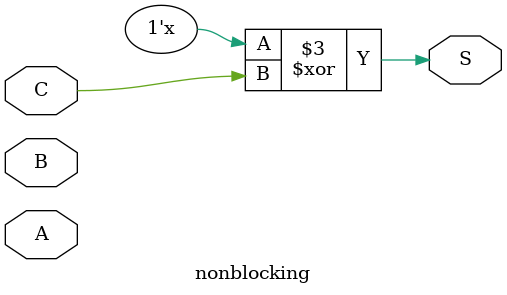
<source format=v>
module nonblocking (output reg S,
                 input wire A,B,C);
                 
	reg n1;
	
	always @(A,B,C)
	begin
		n1 <= A ^ B;
		S <= n1 ^ C;
	end 
	
endmodule
</source>
